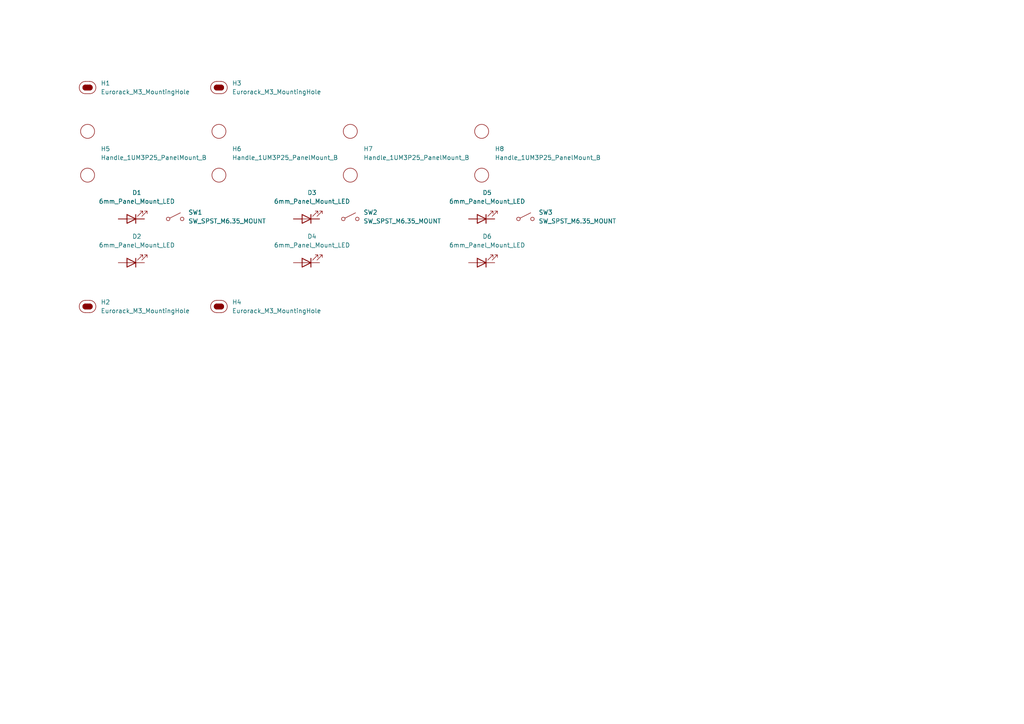
<source format=kicad_sch>
(kicad_sch (version 20250114) (generator "eeschema") (generator_version "9.0")
  (paper "A4")
  (lib_symbols
    (symbol "EXC:6mm_Panel_Mount_LED" (pin_numbers (hide yes)) (pin_names (offset 1.016) (hide yes))
      (property "Reference" "D" (at 0 2.54 0))
      (property "Value" "6mm_Panel_Mount_LED" (at 0 -3.556 0))
      (symbol "6mm_Panel_Mount_LED_0_1"
        (polyline (pts (xy -1.27 1.27) (xy -1.27 -1.27) (xy 1.27 0) (xy -1.27 1.27)) (stroke (width 0.254)))
        (polyline (pts (xy 1.27 1.27) (xy 1.27 -1.27)) (stroke (width 0.254)))
        (polyline (pts (xy 1.27 0) (xy -1.27 0)))
        (polyline (pts (xy 1.778 0.762) (xy 3.302 2.286) (xy 2.54 2.286) (xy 3.302 2.286) (xy 3.302 1.524)))
        (polyline (pts (xy 3.048 0.762) (xy 4.572 2.286) (xy 3.81 2.286) (xy 4.572 2.286) (xy 4.572 1.524)))
      )
      (symbol "6mm_Panel_Mount_LED_1_1"
        (pin passive line (at -3.81 0 0) (length 2.54) (name "A") (number "2"))
        (pin passive line (at 3.81 0 180) (length 2.54) (name "K") (number "1"))
      )
    )
    (symbol "EXC:Eurorack_M3_MountingHole" (pin_names (offset 1.016))
      (property "Reference" "H" (at 0 5.08 0))
      (property "Value" "Eurorack_M3_MountingHole" (at 0 3.175 0))
      (symbol "Eurorack_M3_MountingHole_0_1"
        (polyline (pts (xy -0.635 0.762) (xy 0.635 0.762)))
        (circle (center -0.635 0) (radius 0.762) (fill (type outline)))
        (arc (start -0.635 -0.762) (mid -1.397 0) (end -0.635 0.762))
        (arc (start -0.635 -1.778) (mid -2.413 0) (end -0.635 1.778))
        (polyline (pts (xy -0.635 -0.762) (xy 0.635 -0.762)))
        (polyline (pts (xy -0.635 -1.778) (xy 0.635 -1.778)))
        (circle (center 0 0) (radius 0.762) (fill (type outline)))
        (polyline (pts (xy 0.635 1.778) (xy -0.635 1.778)))
        (arc (start 0.6141 1.778) (mid 2.4131 0) (end 0.6141 -1.778))
        (arc (start 0.6227 0.762) (mid 1.3971 0) (end 0.6227 -0.762))
        (circle (center 0.635 0) (radius 0.762) (fill (type outline)))
      )
    )
    (symbol "EXC:Handle_1UM3P25_B"
      (property "Reference" "H" (at 0 -6.35 0))
      (property "Value" "Handle_1UM3P25_PanelMount_B" (at 0.254 -17.018 0))
      (symbol "Handle_1UM3P25_B_0_1"
        (circle (center 0 0) (radius 2.032))
        (circle (center 0 -12.7) (radius 2.032))
      )
    )
    (symbol "EXC:SW_SPDT-M6.35_Panel_Mount" (pin_names (offset 0) (hide yes))
      (property "Reference" "SW" (at 0 3.175 0))
      (property "Value" "SW_SPST_M6.35_MOUNT" (at 0 -2.032 0))
      (symbol "SW_SPDT-M6.35_Panel_Mount_0_0"
        (circle (center -2.032 0) (radius 0.508))
        (polyline (pts (xy -1.524 0.254) (xy 1.524 1.778)))
        (circle (center 2.032 0) (radius 0.508))
      )
    )
  )
  (symbol (lib_id "EXC:6mm_Panel_Mount_LED") (at 88.9 76.2 0) (unit 1)
    (property "Reference" "D4" (at 90.4875 68.58 0))
    (property "Value" "6mm_Panel_Mount_LED" (at 90.4875 71.12 0))
    (property "Footprint" "EXC:6mm_Panel_Mount_LED" (effects (hide yes)))
    (property "Description" "Light emitting diode" (effects (hide yes)))
  )
  (symbol (lib_id "EXC:Eurorack_M3_MountingHole") (at 63.5 25.4 0) (unit 1)
    (property "Reference" "H3" (at 67.31 24.1299 0) (effects (justify left)))
    (property "Value" "Eurorack_M3_MountingHole" (at 67.31 26.6699 0) (effects (justify left)))
    (property "Footprint" "EXC:MountingHole_3.2mm_M3" (effects (hide yes)))
    (property "Description" "Mounting Hole without connection" (effects (hide yes)))
  )
  (symbol (lib_id "EXC:Eurorack_M3_MountingHole") (at 25.4 25.4 0) (unit 1)
    (property "Reference" "H1" (at 29.21 24.1299 0) (effects (justify left)))
    (property "Value" "Eurorack_M3_MountingHole" (at 29.21 26.6699 0) (effects (justify left)))
    (property "Footprint" "EXC:MountingHole_3.2mm_M3" (effects (hide yes)))
    (property "Description" "Mounting Hole without connection" (effects (hide yes)))
  )
  (symbol (lib_id "EXC:6mm_Panel_Mount_LED") (at 88.9 63.5 0) (unit 1)
    (property "Reference" "D3" (at 90.4875 55.88 0))
    (property "Value" "6mm_Panel_Mount_LED" (at 90.4875 58.42 0))
    (property "Footprint" "EXC:6mm_Panel_Mount_LED" (effects (hide yes)))
    (property "Description" "Light emitting diode" (effects (hide yes)))
  )
  (symbol (lib_id "EXC:Handle_1UM3P25_B") (at 101.6 38.1 0) (unit 1)
    (property "Reference" "H7" (at 105.41 43.1799 0) (effects (justify left)))
    (property "Value" "Handle_1UM3P25_PanelMount_B" (at 105.41 45.7199 0) (effects (justify left)))
    (property "Footprint" "EXC:Handle_1UM3P25_B" (effects (hide yes)))
  )
  (symbol (lib_id "EXC:Handle_1UM3P25_B") (at 63.5 38.1 0) (unit 1)
    (property "Reference" "H6" (at 67.31 43.1799 0) (effects (justify left)))
    (property "Value" "Handle_1UM3P25_PanelMount_B" (at 67.31 45.7199 0) (effects (justify left)))
    (property "Footprint" "EXC:Handle_1UM3P25_B" (effects (hide yes)))
  )
  (symbol (lib_id "EXC:SW_SPDT-M6.35_Panel_Mount") (at 50.8 63.5 0) (unit 1)
    (property "Reference" "SW1" (at 54.61 61.5949 0) (effects (justify left)))
    (property "Value" "SW_SPST_M6.35_MOUNT" (at 54.61 64.1349 0) (effects (justify left)))
    (property "Footprint" "EXC:SW_SPDT_M6.35_Panel_Mount" (effects (hide yes)))
    (property "Datasheet" "https://ae01.alicdn.com/kf/S30ba4cd8ca6748179fcb108112fb1d3fP.jpg" (effects (hide yes)))
    (property "Description" "Single Pole Dual-Throw (SPDT) M6.35 panel-mount switch" (effects (hide yes)))
    (property "Source" "https://www.aliexpress.com/item/4000512396094.html" (effects (hide yes)))
  )
  (symbol (lib_id "EXC:Eurorack_M3_MountingHole") (at 25.4 88.9 0) (unit 1)
    (property "Reference" "H2" (at 29.21 87.6299 0) (effects (justify left)))
    (property "Value" "Eurorack_M3_MountingHole" (at 29.21 90.1699 0) (effects (justify left)))
    (property "Footprint" "EXC:MountingHole_3.2mm_M3" (effects (hide yes)))
    (property "Description" "Mounting Hole without connection" (effects (hide yes)))
  )
  (symbol (lib_id "EXC:Handle_1UM3P25_B") (at 139.7 38.1 0) (unit 1)
    (property "Reference" "H8" (at 143.51 43.1799 0) (effects (justify left)))
    (property "Value" "Handle_1UM3P25_PanelMount_B" (at 143.51 45.7199 0) (effects (justify left)))
    (property "Footprint" "EXC:Handle_1UM3P25_B" (effects (hide yes)))
  )
  (symbol (lib_id "EXC:6mm_Panel_Mount_LED") (at 38.1 76.2 0) (unit 1)
    (property "Reference" "D2" (at 39.6875 68.58 0))
    (property "Value" "6mm_Panel_Mount_LED" (at 39.6875 71.12 0))
    (property "Footprint" "EXC:6mm_Panel_Mount_LED" (effects (hide yes)))
    (property "Description" "Light emitting diode" (effects (hide yes)))
  )
  (symbol (lib_id "EXC:6mm_Panel_Mount_LED") (at 139.7 63.5 0) (unit 1)
    (property "Reference" "D5" (at 141.2875 55.88 0))
    (property "Value" "6mm_Panel_Mount_LED" (at 141.2875 58.42 0))
    (property "Footprint" "EXC:6mm_Panel_Mount_LED" (effects (hide yes)))
    (property "Description" "Light emitting diode" (effects (hide yes)))
  )
  (symbol (lib_id "EXC:SW_SPDT-M6.35_Panel_Mount") (at 101.6 63.5 0) (unit 1)
    (property "Reference" "SW2" (at 105.41 61.5949 0) (effects (justify left)))
    (property "Value" "SW_SPST_M6.35_MOUNT" (at 105.41 64.1349 0) (effects (justify left)))
    (property "Footprint" "EXC:SW_SPDT_M6.35_Panel_Mount" (effects (hide yes)))
    (property "Datasheet" "https://ae01.alicdn.com/kf/S30ba4cd8ca6748179fcb108112fb1d3fP.jpg" (effects (hide yes)))
    (property "Description" "Single Pole Dual-Throw (SPDT) M6.35 panel-mount switch" (effects (hide yes)))
    (property "Source" "https://www.aliexpress.com/item/4000512396094.html" (effects (hide yes)))
  )
  (symbol (lib_id "EXC:Handle_1UM3P25_B") (at 25.4 38.1 0) (unit 1)
    (property "Reference" "H5" (at 29.21 43.1799 0) (effects (justify left)))
    (property "Value" "Handle_1UM3P25_PanelMount_B" (at 29.21 45.7199 0) (effects (justify left)))
    (property "Footprint" "EXC:Handle_1UM3P25_B" (effects (hide yes)))
  )
  (symbol (lib_id "EXC:6mm_Panel_Mount_LED") (at 139.7 76.2 0) (unit 1)
    (property "Reference" "D6" (at 141.2875 68.58 0))
    (property "Value" "6mm_Panel_Mount_LED" (at 141.2875 71.12 0))
    (property "Footprint" "EXC:6mm_Panel_Mount_LED" (effects (hide yes)))
    (property "Description" "Light emitting diode" (effects (hide yes)))
  )
  (symbol (lib_id "EXC:SW_SPDT-M6.35_Panel_Mount") (at 152.4 63.5 0) (unit 1)
    (property "Reference" "SW3" (at 156.21 61.5949 0) (effects (justify left)))
    (property "Value" "SW_SPST_M6.35_MOUNT" (at 156.21 64.1349 0) (effects (justify left)))
    (property "Footprint" "EXC:SW_SPDT_M6.35_Panel_Mount" (effects (hide yes)))
    (property "Datasheet" "https://ae01.alicdn.com/kf/S30ba4cd8ca6748179fcb108112fb1d3fP.jpg" (effects (hide yes)))
    (property "Description" "Single Pole Dual-Throw (SPDT) M6.35 panel-mount switch" (effects (hide yes)))
    (property "Source" "https://www.aliexpress.com/item/4000512396094.html" (effects (hide yes)))
  )
  (symbol (lib_id "EXC:Eurorack_M3_MountingHole") (at 63.5 88.9 0) (unit 1)
    (property "Reference" "H4" (at 67.31 87.6299 0) (effects (justify left)))
    (property "Value" "Eurorack_M3_MountingHole" (at 67.31 90.1699 0) (effects (justify left)))
    (property "Footprint" "EXC:MountingHole_3.2mm_M3" (effects (hide yes)))
    (property "Description" "Mounting Hole without connection" (effects (hide yes)))
  )
  (symbol (lib_id "EXC:6mm_Panel_Mount_LED") (at 38.1 63.5 0) (unit 1)
    (property "Reference" "D1" (at 39.6875 55.88 0))
    (property "Value" "6mm_Panel_Mount_LED" (at 39.6875 58.42 0))
    (property "Footprint" "EXC:6mm_Panel_Mount_LED" (effects (hide yes)))
    (property "Description" "Light emitting diode" (effects (hide yes)))
  )
)
</source>
